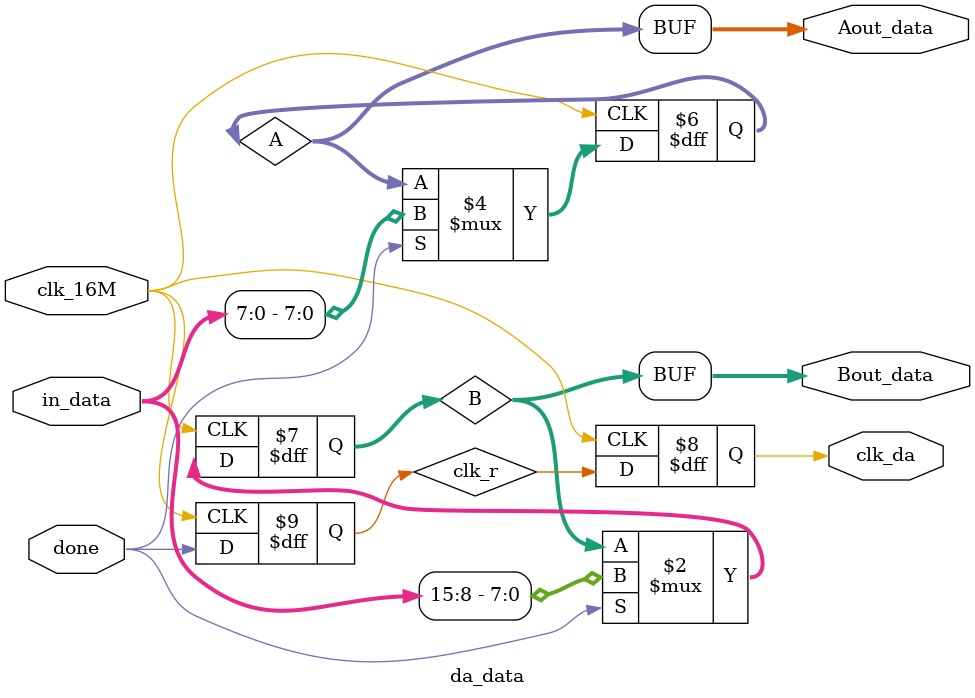
<source format=v>
/*module da_data(clk_16M,
done,clk_da,
in_data,
Aout_data,Bout_data
);


input clk_16M,done;
input [15:0]in_data;

output[7:0]Aout_data;
output[7:0]Bout_data;
output clk_da;

//reg clk_da;
//reg clk_r;
reg [7:0]Aout_data;
reg [7:0]Bout_data;
always@(negedge clk_16M)
begin
	if(done)
		begin
			Aout_data<=in_data[7:0];
			Bout_data<=in_data[15:8];
		end 
	//clk_r<=done;
	//clk_da <= clk_r;
end 

wire clk_da = clk_16M;

//wire[7:0] Aout_data=in_data[7:0];
//wire[7:0] Bout_data=in_data[15:8];
endmodule
*/
module da_data(clk_16M,
done,clk_da,
in_data,
Aout_data,Bout_data
);


input clk_16M,done;
input [15:0]in_data;

output[7:0]Aout_data;
output[7:0]Bout_data;
output clk_da;

reg clk_da;
reg clk_r;
reg [7:0] A,B;
always@(posedge clk_16M)
begin
	clk_r<=done;
	clk_da <= clk_r;
	if(done)
	begin
		A <= in_data[7:0];
		B <= in_data[15:8];
	end	
end 

wire[7:0] Aout_data= A;//in_data[7:0];
wire[7:0] Bout_data= B;//in_data[15:8];

endmodule 
</source>
